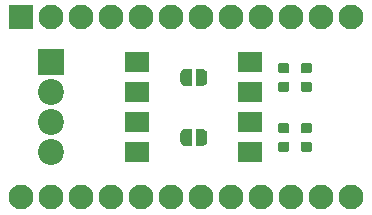
<source format=gbr>
G04 #@! TF.GenerationSoftware,KiCad,Pcbnew,5.1.5+dfsg1-2build2*
G04 #@! TF.CreationDate,2021-03-15T22:19:43+01:00*
G04 #@! TF.ProjectId,ProMicro_ANA,50726f4d-6963-4726-9f5f-414e412e6b69,v1.2*
G04 #@! TF.SameCoordinates,Original*
G04 #@! TF.FileFunction,Soldermask,Top*
G04 #@! TF.FilePolarity,Negative*
%FSLAX46Y46*%
G04 Gerber Fmt 4.6, Leading zero omitted, Abs format (unit mm)*
G04 Created by KiCad*
%MOMM*%
%LPD*%
G04 APERTURE LIST*
%ADD10C,0.100000*%
%ADD11R,2.100000X2.100000*%
%ADD12C,2.100000*%
%ADD13C,2.200000*%
%ADD14R,2.200000X2.200000*%
%ADD15R,2.000000X1.780000*%
G04 APERTURE END LIST*
D10*
G36*
X106957691Y-81631053D02*
G01*
X106978926Y-81634203D01*
X106999750Y-81639419D01*
X107019962Y-81646651D01*
X107039368Y-81655830D01*
X107057781Y-81666866D01*
X107075024Y-81679654D01*
X107090930Y-81694070D01*
X107105346Y-81709976D01*
X107118134Y-81727219D01*
X107129170Y-81745632D01*
X107138349Y-81765038D01*
X107145581Y-81785250D01*
X107150797Y-81806074D01*
X107153947Y-81827309D01*
X107155000Y-81848750D01*
X107155000Y-82286250D01*
X107153947Y-82307691D01*
X107150797Y-82328926D01*
X107145581Y-82349750D01*
X107138349Y-82369962D01*
X107129170Y-82389368D01*
X107118134Y-82407781D01*
X107105346Y-82425024D01*
X107090930Y-82440930D01*
X107075024Y-82455346D01*
X107057781Y-82468134D01*
X107039368Y-82479170D01*
X107019962Y-82488349D01*
X106999750Y-82495581D01*
X106978926Y-82500797D01*
X106957691Y-82503947D01*
X106936250Y-82505000D01*
X106423750Y-82505000D01*
X106402309Y-82503947D01*
X106381074Y-82500797D01*
X106360250Y-82495581D01*
X106340038Y-82488349D01*
X106320632Y-82479170D01*
X106302219Y-82468134D01*
X106284976Y-82455346D01*
X106269070Y-82440930D01*
X106254654Y-82425024D01*
X106241866Y-82407781D01*
X106230830Y-82389368D01*
X106221651Y-82369962D01*
X106214419Y-82349750D01*
X106209203Y-82328926D01*
X106206053Y-82307691D01*
X106205000Y-82286250D01*
X106205000Y-81848750D01*
X106206053Y-81827309D01*
X106209203Y-81806074D01*
X106214419Y-81785250D01*
X106221651Y-81765038D01*
X106230830Y-81745632D01*
X106241866Y-81727219D01*
X106254654Y-81709976D01*
X106269070Y-81694070D01*
X106284976Y-81679654D01*
X106302219Y-81666866D01*
X106320632Y-81655830D01*
X106340038Y-81646651D01*
X106360250Y-81639419D01*
X106381074Y-81634203D01*
X106402309Y-81631053D01*
X106423750Y-81630000D01*
X106936250Y-81630000D01*
X106957691Y-81631053D01*
G37*
G36*
X106957691Y-80056053D02*
G01*
X106978926Y-80059203D01*
X106999750Y-80064419D01*
X107019962Y-80071651D01*
X107039368Y-80080830D01*
X107057781Y-80091866D01*
X107075024Y-80104654D01*
X107090930Y-80119070D01*
X107105346Y-80134976D01*
X107118134Y-80152219D01*
X107129170Y-80170632D01*
X107138349Y-80190038D01*
X107145581Y-80210250D01*
X107150797Y-80231074D01*
X107153947Y-80252309D01*
X107155000Y-80273750D01*
X107155000Y-80711250D01*
X107153947Y-80732691D01*
X107150797Y-80753926D01*
X107145581Y-80774750D01*
X107138349Y-80794962D01*
X107129170Y-80814368D01*
X107118134Y-80832781D01*
X107105346Y-80850024D01*
X107090930Y-80865930D01*
X107075024Y-80880346D01*
X107057781Y-80893134D01*
X107039368Y-80904170D01*
X107019962Y-80913349D01*
X106999750Y-80920581D01*
X106978926Y-80925797D01*
X106957691Y-80928947D01*
X106936250Y-80930000D01*
X106423750Y-80930000D01*
X106402309Y-80928947D01*
X106381074Y-80925797D01*
X106360250Y-80920581D01*
X106340038Y-80913349D01*
X106320632Y-80904170D01*
X106302219Y-80893134D01*
X106284976Y-80880346D01*
X106269070Y-80865930D01*
X106254654Y-80850024D01*
X106241866Y-80832781D01*
X106230830Y-80814368D01*
X106221651Y-80794962D01*
X106214419Y-80774750D01*
X106209203Y-80753926D01*
X106206053Y-80732691D01*
X106205000Y-80711250D01*
X106205000Y-80273750D01*
X106206053Y-80252309D01*
X106209203Y-80231074D01*
X106214419Y-80210250D01*
X106221651Y-80190038D01*
X106230830Y-80170632D01*
X106241866Y-80152219D01*
X106254654Y-80134976D01*
X106269070Y-80119070D01*
X106284976Y-80104654D01*
X106302219Y-80091866D01*
X106320632Y-80080830D01*
X106340038Y-80071651D01*
X106360250Y-80064419D01*
X106381074Y-80059203D01*
X106402309Y-80056053D01*
X106423750Y-80055000D01*
X106936250Y-80055000D01*
X106957691Y-80056053D01*
G37*
G36*
X106957691Y-85136053D02*
G01*
X106978926Y-85139203D01*
X106999750Y-85144419D01*
X107019962Y-85151651D01*
X107039368Y-85160830D01*
X107057781Y-85171866D01*
X107075024Y-85184654D01*
X107090930Y-85199070D01*
X107105346Y-85214976D01*
X107118134Y-85232219D01*
X107129170Y-85250632D01*
X107138349Y-85270038D01*
X107145581Y-85290250D01*
X107150797Y-85311074D01*
X107153947Y-85332309D01*
X107155000Y-85353750D01*
X107155000Y-85791250D01*
X107153947Y-85812691D01*
X107150797Y-85833926D01*
X107145581Y-85854750D01*
X107138349Y-85874962D01*
X107129170Y-85894368D01*
X107118134Y-85912781D01*
X107105346Y-85930024D01*
X107090930Y-85945930D01*
X107075024Y-85960346D01*
X107057781Y-85973134D01*
X107039368Y-85984170D01*
X107019962Y-85993349D01*
X106999750Y-86000581D01*
X106978926Y-86005797D01*
X106957691Y-86008947D01*
X106936250Y-86010000D01*
X106423750Y-86010000D01*
X106402309Y-86008947D01*
X106381074Y-86005797D01*
X106360250Y-86000581D01*
X106340038Y-85993349D01*
X106320632Y-85984170D01*
X106302219Y-85973134D01*
X106284976Y-85960346D01*
X106269070Y-85945930D01*
X106254654Y-85930024D01*
X106241866Y-85912781D01*
X106230830Y-85894368D01*
X106221651Y-85874962D01*
X106214419Y-85854750D01*
X106209203Y-85833926D01*
X106206053Y-85812691D01*
X106205000Y-85791250D01*
X106205000Y-85353750D01*
X106206053Y-85332309D01*
X106209203Y-85311074D01*
X106214419Y-85290250D01*
X106221651Y-85270038D01*
X106230830Y-85250632D01*
X106241866Y-85232219D01*
X106254654Y-85214976D01*
X106269070Y-85199070D01*
X106284976Y-85184654D01*
X106302219Y-85171866D01*
X106320632Y-85160830D01*
X106340038Y-85151651D01*
X106360250Y-85144419D01*
X106381074Y-85139203D01*
X106402309Y-85136053D01*
X106423750Y-85135000D01*
X106936250Y-85135000D01*
X106957691Y-85136053D01*
G37*
G36*
X106957691Y-86711053D02*
G01*
X106978926Y-86714203D01*
X106999750Y-86719419D01*
X107019962Y-86726651D01*
X107039368Y-86735830D01*
X107057781Y-86746866D01*
X107075024Y-86759654D01*
X107090930Y-86774070D01*
X107105346Y-86789976D01*
X107118134Y-86807219D01*
X107129170Y-86825632D01*
X107138349Y-86845038D01*
X107145581Y-86865250D01*
X107150797Y-86886074D01*
X107153947Y-86907309D01*
X107155000Y-86928750D01*
X107155000Y-87366250D01*
X107153947Y-87387691D01*
X107150797Y-87408926D01*
X107145581Y-87429750D01*
X107138349Y-87449962D01*
X107129170Y-87469368D01*
X107118134Y-87487781D01*
X107105346Y-87505024D01*
X107090930Y-87520930D01*
X107075024Y-87535346D01*
X107057781Y-87548134D01*
X107039368Y-87559170D01*
X107019962Y-87568349D01*
X106999750Y-87575581D01*
X106978926Y-87580797D01*
X106957691Y-87583947D01*
X106936250Y-87585000D01*
X106423750Y-87585000D01*
X106402309Y-87583947D01*
X106381074Y-87580797D01*
X106360250Y-87575581D01*
X106340038Y-87568349D01*
X106320632Y-87559170D01*
X106302219Y-87548134D01*
X106284976Y-87535346D01*
X106269070Y-87520930D01*
X106254654Y-87505024D01*
X106241866Y-87487781D01*
X106230830Y-87469368D01*
X106221651Y-87449962D01*
X106214419Y-87429750D01*
X106209203Y-87408926D01*
X106206053Y-87387691D01*
X106205000Y-87366250D01*
X106205000Y-86928750D01*
X106206053Y-86907309D01*
X106209203Y-86886074D01*
X106214419Y-86865250D01*
X106221651Y-86845038D01*
X106230830Y-86825632D01*
X106241866Y-86807219D01*
X106254654Y-86789976D01*
X106269070Y-86774070D01*
X106284976Y-86759654D01*
X106302219Y-86746866D01*
X106320632Y-86735830D01*
X106340038Y-86726651D01*
X106360250Y-86719419D01*
X106381074Y-86714203D01*
X106402309Y-86711053D01*
X106423750Y-86710000D01*
X106936250Y-86710000D01*
X106957691Y-86711053D01*
G37*
G36*
X97805000Y-85610602D02*
G01*
X97829534Y-85610602D01*
X97878365Y-85615412D01*
X97926490Y-85624984D01*
X97973445Y-85639228D01*
X98018778Y-85658005D01*
X98062051Y-85681136D01*
X98102850Y-85708396D01*
X98140779Y-85739524D01*
X98175476Y-85774221D01*
X98206604Y-85812150D01*
X98233864Y-85852949D01*
X98256995Y-85896222D01*
X98275772Y-85941555D01*
X98290016Y-85988510D01*
X98299588Y-86036635D01*
X98304398Y-86085466D01*
X98304398Y-86110000D01*
X98305000Y-86110000D01*
X98305000Y-86610000D01*
X98304398Y-86610000D01*
X98304398Y-86634534D01*
X98299588Y-86683365D01*
X98290016Y-86731490D01*
X98275772Y-86778445D01*
X98256995Y-86823778D01*
X98233864Y-86867051D01*
X98206604Y-86907850D01*
X98175476Y-86945779D01*
X98140779Y-86980476D01*
X98102850Y-87011604D01*
X98062051Y-87038864D01*
X98018778Y-87061995D01*
X97973445Y-87080772D01*
X97926490Y-87095016D01*
X97878365Y-87104588D01*
X97829534Y-87109398D01*
X97805000Y-87109398D01*
X97805000Y-87110000D01*
X97305000Y-87110000D01*
X97305000Y-85610000D01*
X97805000Y-85610000D01*
X97805000Y-85610602D01*
G37*
G36*
X97005000Y-87110000D02*
G01*
X96505000Y-87110000D01*
X96505000Y-87109398D01*
X96480466Y-87109398D01*
X96431635Y-87104588D01*
X96383510Y-87095016D01*
X96336555Y-87080772D01*
X96291222Y-87061995D01*
X96247949Y-87038864D01*
X96207150Y-87011604D01*
X96169221Y-86980476D01*
X96134524Y-86945779D01*
X96103396Y-86907850D01*
X96076136Y-86867051D01*
X96053005Y-86823778D01*
X96034228Y-86778445D01*
X96019984Y-86731490D01*
X96010412Y-86683365D01*
X96005602Y-86634534D01*
X96005602Y-86610000D01*
X96005000Y-86610000D01*
X96005000Y-86110000D01*
X96005602Y-86110000D01*
X96005602Y-86085466D01*
X96010412Y-86036635D01*
X96019984Y-85988510D01*
X96034228Y-85941555D01*
X96053005Y-85896222D01*
X96076136Y-85852949D01*
X96103396Y-85812150D01*
X96134524Y-85774221D01*
X96169221Y-85739524D01*
X96207150Y-85708396D01*
X96247949Y-85681136D01*
X96291222Y-85658005D01*
X96336555Y-85639228D01*
X96383510Y-85624984D01*
X96431635Y-85615412D01*
X96480466Y-85610602D01*
X96505000Y-85610602D01*
X96505000Y-85610000D01*
X97005000Y-85610000D01*
X97005000Y-87110000D01*
G37*
G36*
X97805000Y-80530602D02*
G01*
X97829534Y-80530602D01*
X97878365Y-80535412D01*
X97926490Y-80544984D01*
X97973445Y-80559228D01*
X98018778Y-80578005D01*
X98062051Y-80601136D01*
X98102850Y-80628396D01*
X98140779Y-80659524D01*
X98175476Y-80694221D01*
X98206604Y-80732150D01*
X98233864Y-80772949D01*
X98256995Y-80816222D01*
X98275772Y-80861555D01*
X98290016Y-80908510D01*
X98299588Y-80956635D01*
X98304398Y-81005466D01*
X98304398Y-81030000D01*
X98305000Y-81030000D01*
X98305000Y-81530000D01*
X98304398Y-81530000D01*
X98304398Y-81554534D01*
X98299588Y-81603365D01*
X98290016Y-81651490D01*
X98275772Y-81698445D01*
X98256995Y-81743778D01*
X98233864Y-81787051D01*
X98206604Y-81827850D01*
X98175476Y-81865779D01*
X98140779Y-81900476D01*
X98102850Y-81931604D01*
X98062051Y-81958864D01*
X98018778Y-81981995D01*
X97973445Y-82000772D01*
X97926490Y-82015016D01*
X97878365Y-82024588D01*
X97829534Y-82029398D01*
X97805000Y-82029398D01*
X97805000Y-82030000D01*
X97305000Y-82030000D01*
X97305000Y-80530000D01*
X97805000Y-80530000D01*
X97805000Y-80530602D01*
G37*
G36*
X97005000Y-82030000D02*
G01*
X96505000Y-82030000D01*
X96505000Y-82029398D01*
X96480466Y-82029398D01*
X96431635Y-82024588D01*
X96383510Y-82015016D01*
X96336555Y-82000772D01*
X96291222Y-81981995D01*
X96247949Y-81958864D01*
X96207150Y-81931604D01*
X96169221Y-81900476D01*
X96134524Y-81865779D01*
X96103396Y-81827850D01*
X96076136Y-81787051D01*
X96053005Y-81743778D01*
X96034228Y-81698445D01*
X96019984Y-81651490D01*
X96010412Y-81603365D01*
X96005602Y-81554534D01*
X96005602Y-81530000D01*
X96005000Y-81530000D01*
X96005000Y-81030000D01*
X96005602Y-81030000D01*
X96005602Y-81005466D01*
X96010412Y-80956635D01*
X96019984Y-80908510D01*
X96034228Y-80861555D01*
X96053005Y-80816222D01*
X96076136Y-80772949D01*
X96103396Y-80732150D01*
X96134524Y-80694221D01*
X96169221Y-80659524D01*
X96207150Y-80628396D01*
X96247949Y-80601136D01*
X96291222Y-80578005D01*
X96336555Y-80559228D01*
X96383510Y-80544984D01*
X96431635Y-80535412D01*
X96480466Y-80530602D01*
X96505000Y-80530602D01*
X96505000Y-80530000D01*
X97005000Y-80530000D01*
X97005000Y-82030000D01*
G37*
D11*
X82550000Y-76200000D03*
D12*
X85090000Y-76200000D03*
X87630000Y-76200000D03*
X110490000Y-91440000D03*
X90170000Y-76200000D03*
X107950000Y-91440000D03*
X92710000Y-76200000D03*
X105410000Y-91440000D03*
X95250000Y-76200000D03*
X102870000Y-91440000D03*
X97790000Y-76200000D03*
X100330000Y-91440000D03*
X100330000Y-76200000D03*
X97790000Y-91440000D03*
X102870000Y-76200000D03*
X95250000Y-91440000D03*
X105410000Y-76200000D03*
X92710000Y-91440000D03*
X107950000Y-76200000D03*
X90170000Y-91440000D03*
X110490000Y-76200000D03*
X87630000Y-91440000D03*
X85090000Y-91440000D03*
X82550000Y-91440000D03*
D10*
G36*
X105052691Y-86711053D02*
G01*
X105073926Y-86714203D01*
X105094750Y-86719419D01*
X105114962Y-86726651D01*
X105134368Y-86735830D01*
X105152781Y-86746866D01*
X105170024Y-86759654D01*
X105185930Y-86774070D01*
X105200346Y-86789976D01*
X105213134Y-86807219D01*
X105224170Y-86825632D01*
X105233349Y-86845038D01*
X105240581Y-86865250D01*
X105245797Y-86886074D01*
X105248947Y-86907309D01*
X105250000Y-86928750D01*
X105250000Y-87366250D01*
X105248947Y-87387691D01*
X105245797Y-87408926D01*
X105240581Y-87429750D01*
X105233349Y-87449962D01*
X105224170Y-87469368D01*
X105213134Y-87487781D01*
X105200346Y-87505024D01*
X105185930Y-87520930D01*
X105170024Y-87535346D01*
X105152781Y-87548134D01*
X105134368Y-87559170D01*
X105114962Y-87568349D01*
X105094750Y-87575581D01*
X105073926Y-87580797D01*
X105052691Y-87583947D01*
X105031250Y-87585000D01*
X104518750Y-87585000D01*
X104497309Y-87583947D01*
X104476074Y-87580797D01*
X104455250Y-87575581D01*
X104435038Y-87568349D01*
X104415632Y-87559170D01*
X104397219Y-87548134D01*
X104379976Y-87535346D01*
X104364070Y-87520930D01*
X104349654Y-87505024D01*
X104336866Y-87487781D01*
X104325830Y-87469368D01*
X104316651Y-87449962D01*
X104309419Y-87429750D01*
X104304203Y-87408926D01*
X104301053Y-87387691D01*
X104300000Y-87366250D01*
X104300000Y-86928750D01*
X104301053Y-86907309D01*
X104304203Y-86886074D01*
X104309419Y-86865250D01*
X104316651Y-86845038D01*
X104325830Y-86825632D01*
X104336866Y-86807219D01*
X104349654Y-86789976D01*
X104364070Y-86774070D01*
X104379976Y-86759654D01*
X104397219Y-86746866D01*
X104415632Y-86735830D01*
X104435038Y-86726651D01*
X104455250Y-86719419D01*
X104476074Y-86714203D01*
X104497309Y-86711053D01*
X104518750Y-86710000D01*
X105031250Y-86710000D01*
X105052691Y-86711053D01*
G37*
G36*
X105052691Y-85136053D02*
G01*
X105073926Y-85139203D01*
X105094750Y-85144419D01*
X105114962Y-85151651D01*
X105134368Y-85160830D01*
X105152781Y-85171866D01*
X105170024Y-85184654D01*
X105185930Y-85199070D01*
X105200346Y-85214976D01*
X105213134Y-85232219D01*
X105224170Y-85250632D01*
X105233349Y-85270038D01*
X105240581Y-85290250D01*
X105245797Y-85311074D01*
X105248947Y-85332309D01*
X105250000Y-85353750D01*
X105250000Y-85791250D01*
X105248947Y-85812691D01*
X105245797Y-85833926D01*
X105240581Y-85854750D01*
X105233349Y-85874962D01*
X105224170Y-85894368D01*
X105213134Y-85912781D01*
X105200346Y-85930024D01*
X105185930Y-85945930D01*
X105170024Y-85960346D01*
X105152781Y-85973134D01*
X105134368Y-85984170D01*
X105114962Y-85993349D01*
X105094750Y-86000581D01*
X105073926Y-86005797D01*
X105052691Y-86008947D01*
X105031250Y-86010000D01*
X104518750Y-86010000D01*
X104497309Y-86008947D01*
X104476074Y-86005797D01*
X104455250Y-86000581D01*
X104435038Y-85993349D01*
X104415632Y-85984170D01*
X104397219Y-85973134D01*
X104379976Y-85960346D01*
X104364070Y-85945930D01*
X104349654Y-85930024D01*
X104336866Y-85912781D01*
X104325830Y-85894368D01*
X104316651Y-85874962D01*
X104309419Y-85854750D01*
X104304203Y-85833926D01*
X104301053Y-85812691D01*
X104300000Y-85791250D01*
X104300000Y-85353750D01*
X104301053Y-85332309D01*
X104304203Y-85311074D01*
X104309419Y-85290250D01*
X104316651Y-85270038D01*
X104325830Y-85250632D01*
X104336866Y-85232219D01*
X104349654Y-85214976D01*
X104364070Y-85199070D01*
X104379976Y-85184654D01*
X104397219Y-85171866D01*
X104415632Y-85160830D01*
X104435038Y-85151651D01*
X104455250Y-85144419D01*
X104476074Y-85139203D01*
X104497309Y-85136053D01*
X104518750Y-85135000D01*
X105031250Y-85135000D01*
X105052691Y-85136053D01*
G37*
G36*
X105052691Y-80056053D02*
G01*
X105073926Y-80059203D01*
X105094750Y-80064419D01*
X105114962Y-80071651D01*
X105134368Y-80080830D01*
X105152781Y-80091866D01*
X105170024Y-80104654D01*
X105185930Y-80119070D01*
X105200346Y-80134976D01*
X105213134Y-80152219D01*
X105224170Y-80170632D01*
X105233349Y-80190038D01*
X105240581Y-80210250D01*
X105245797Y-80231074D01*
X105248947Y-80252309D01*
X105250000Y-80273750D01*
X105250000Y-80711250D01*
X105248947Y-80732691D01*
X105245797Y-80753926D01*
X105240581Y-80774750D01*
X105233349Y-80794962D01*
X105224170Y-80814368D01*
X105213134Y-80832781D01*
X105200346Y-80850024D01*
X105185930Y-80865930D01*
X105170024Y-80880346D01*
X105152781Y-80893134D01*
X105134368Y-80904170D01*
X105114962Y-80913349D01*
X105094750Y-80920581D01*
X105073926Y-80925797D01*
X105052691Y-80928947D01*
X105031250Y-80930000D01*
X104518750Y-80930000D01*
X104497309Y-80928947D01*
X104476074Y-80925797D01*
X104455250Y-80920581D01*
X104435038Y-80913349D01*
X104415632Y-80904170D01*
X104397219Y-80893134D01*
X104379976Y-80880346D01*
X104364070Y-80865930D01*
X104349654Y-80850024D01*
X104336866Y-80832781D01*
X104325830Y-80814368D01*
X104316651Y-80794962D01*
X104309419Y-80774750D01*
X104304203Y-80753926D01*
X104301053Y-80732691D01*
X104300000Y-80711250D01*
X104300000Y-80273750D01*
X104301053Y-80252309D01*
X104304203Y-80231074D01*
X104309419Y-80210250D01*
X104316651Y-80190038D01*
X104325830Y-80170632D01*
X104336866Y-80152219D01*
X104349654Y-80134976D01*
X104364070Y-80119070D01*
X104379976Y-80104654D01*
X104397219Y-80091866D01*
X104415632Y-80080830D01*
X104435038Y-80071651D01*
X104455250Y-80064419D01*
X104476074Y-80059203D01*
X104497309Y-80056053D01*
X104518750Y-80055000D01*
X105031250Y-80055000D01*
X105052691Y-80056053D01*
G37*
G36*
X105052691Y-81631053D02*
G01*
X105073926Y-81634203D01*
X105094750Y-81639419D01*
X105114962Y-81646651D01*
X105134368Y-81655830D01*
X105152781Y-81666866D01*
X105170024Y-81679654D01*
X105185930Y-81694070D01*
X105200346Y-81709976D01*
X105213134Y-81727219D01*
X105224170Y-81745632D01*
X105233349Y-81765038D01*
X105240581Y-81785250D01*
X105245797Y-81806074D01*
X105248947Y-81827309D01*
X105250000Y-81848750D01*
X105250000Y-82286250D01*
X105248947Y-82307691D01*
X105245797Y-82328926D01*
X105240581Y-82349750D01*
X105233349Y-82369962D01*
X105224170Y-82389368D01*
X105213134Y-82407781D01*
X105200346Y-82425024D01*
X105185930Y-82440930D01*
X105170024Y-82455346D01*
X105152781Y-82468134D01*
X105134368Y-82479170D01*
X105114962Y-82488349D01*
X105094750Y-82495581D01*
X105073926Y-82500797D01*
X105052691Y-82503947D01*
X105031250Y-82505000D01*
X104518750Y-82505000D01*
X104497309Y-82503947D01*
X104476074Y-82500797D01*
X104455250Y-82495581D01*
X104435038Y-82488349D01*
X104415632Y-82479170D01*
X104397219Y-82468134D01*
X104379976Y-82455346D01*
X104364070Y-82440930D01*
X104349654Y-82425024D01*
X104336866Y-82407781D01*
X104325830Y-82389368D01*
X104316651Y-82369962D01*
X104309419Y-82349750D01*
X104304203Y-82328926D01*
X104301053Y-82307691D01*
X104300000Y-82286250D01*
X104300000Y-81848750D01*
X104301053Y-81827309D01*
X104304203Y-81806074D01*
X104309419Y-81785250D01*
X104316651Y-81765038D01*
X104325830Y-81745632D01*
X104336866Y-81727219D01*
X104349654Y-81709976D01*
X104364070Y-81694070D01*
X104379976Y-81679654D01*
X104397219Y-81666866D01*
X104415632Y-81655830D01*
X104435038Y-81646651D01*
X104455250Y-81639419D01*
X104476074Y-81634203D01*
X104497309Y-81631053D01*
X104518750Y-81630000D01*
X105031250Y-81630000D01*
X105052691Y-81631053D01*
G37*
D13*
X85090000Y-87630000D03*
X85090000Y-85090000D03*
X85090000Y-82550000D03*
D14*
X85090000Y-80010000D03*
D15*
X92390000Y-87630000D03*
X101920000Y-80010000D03*
X92390000Y-85090000D03*
X101920000Y-82550000D03*
X92390000Y-82550000D03*
X101920000Y-85090000D03*
X92390000Y-80010000D03*
X101920000Y-87630000D03*
M02*

</source>
